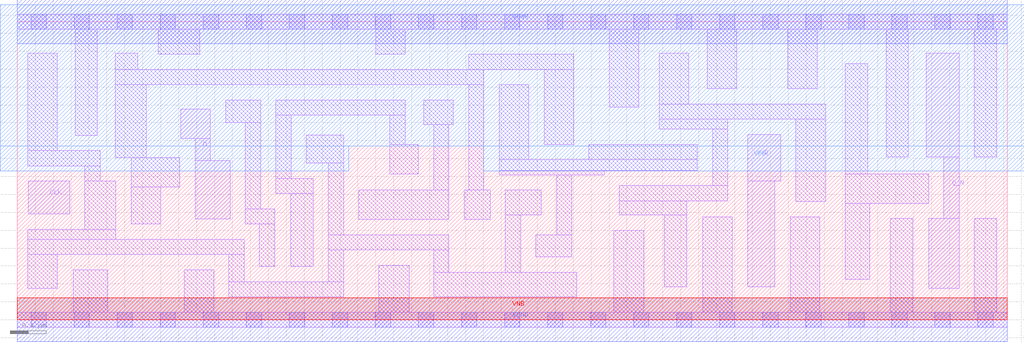
<source format=lef>
# Copyright 2020 The SkyWater PDK Authors
#
# Licensed under the Apache License, Version 2.0 (the "License");
# you may not use this file except in compliance with the License.
# You may obtain a copy of the License at
#
#     https://www.apache.org/licenses/LICENSE-2.0
#
# Unless required by applicable law or agreed to in writing, software
# distributed under the License is distributed on an "AS IS" BASIS,
# WITHOUT WARRANTIES OR CONDITIONS OF ANY KIND, either express or implied.
# See the License for the specific language governing permissions and
# limitations under the License.
#
# SPDX-License-Identifier: Apache-2.0

VERSION 5.7 ;
  NOWIREEXTENSIONATPIN ON ;
  DIVIDERCHAR "/" ;
  BUSBITCHARS "[]" ;
MACRO sky130_fd_sc_hs__dfxbp_2
  CLASS CORE ;
  FOREIGN sky130_fd_sc_hs__dfxbp_2 ;
  ORIGIN  0.000000  0.000000 ;
  SIZE  11.04000 BY  3.330000 ;
  SYMMETRY X Y ;
  SITE unit ;
  PIN D
    ANTENNAGATEAREA  0.126000 ;
    DIRECTION INPUT ;
    USE SIGNAL ;
    PORT
      LAYER li1 ;
        RECT 1.825000 2.025000 2.155000 2.355000 ;
        RECT 1.985000 1.125000 2.375000 1.780000 ;
        RECT 1.985000 1.780000 2.155000 2.025000 ;
    END
  END D
  PIN Q
    ANTENNADIFFAREA  0.543200 ;
    DIRECTION OUTPUT ;
    USE SIGNAL ;
    PORT
      LAYER li1 ;
        RECT 8.145000 0.370000 8.450000 1.550000 ;
        RECT 8.145000 1.550000 8.515000 2.070000 ;
    END
  END Q
  PIN Q_N
    ANTENNADIFFAREA  0.543200 ;
    DIRECTION OUTPUT ;
    USE SIGNAL ;
    PORT
      LAYER li1 ;
        RECT 10.140000 1.820000 10.505000 2.980000 ;
        RECT 10.165000 0.350000 10.505000 1.130000 ;
        RECT 10.335000 1.130000 10.505000 1.820000 ;
    END
  END Q_N
  PIN CLK
    ANTENNAGATEAREA  0.279000 ;
    DIRECTION INPUT ;
    USE CLOCK ;
    PORT
      LAYER li1 ;
        RECT 0.125000 1.180000 0.585000 1.550000 ;
    END
  END CLK
  PIN VGND
    DIRECTION INOUT ;
    USE GROUND ;
    PORT
      LAYER met1 ;
        RECT 0.000000 -0.245000 11.040000 0.245000 ;
    END
  END VGND
  PIN VNB
    DIRECTION INOUT ;
    USE GROUND ;
    PORT
      LAYER pwell ;
        RECT 0.000000 0.000000 11.040000 0.245000 ;
    END
  END VNB
  PIN VPB
    DIRECTION INOUT ;
    USE POWER ;
    PORT
      LAYER nwell ;
        RECT -0.190000 1.660000  3.700000 1.940000 ;
        RECT -0.190000 1.940000 11.230000 3.520000 ;
        RECT  5.205000 1.660000 11.230000 1.940000 ;
    END
  END VPB
  PIN VPWR
    DIRECTION INOUT ;
    USE POWER ;
    PORT
      LAYER met1 ;
        RECT 0.000000 3.085000 11.040000 3.575000 ;
    END
  END VPWR
  OBS
    LAYER li1 ;
      RECT  0.000000 -0.085000 11.040000 0.085000 ;
      RECT  0.000000  3.245000 11.040000 3.415000 ;
      RECT  0.115000  0.350000  0.445000 0.730000 ;
      RECT  0.115000  0.730000  2.530000 0.900000 ;
      RECT  0.115000  0.900000  1.100000 1.010000 ;
      RECT  0.115000  1.720000  0.925000 1.890000 ;
      RECT  0.115000  1.890000  0.445000 2.980000 ;
      RECT  0.625000  0.085000  1.010000 0.560000 ;
      RECT  0.645000  2.060000  0.895000 3.245000 ;
      RECT  0.755000  1.010000  1.100000 1.550000 ;
      RECT  0.755000  1.550000  0.925000 1.720000 ;
      RECT  1.095000  1.815000  1.440000 2.625000 ;
      RECT  1.095000  2.625000  5.205000 2.795000 ;
      RECT  1.095000  2.795000  1.345000 2.980000 ;
      RECT  1.270000  1.070000  1.600000 1.485000 ;
      RECT  1.270000  1.485000  1.815000 1.815000 ;
      RECT  1.575000  2.965000  2.035000 3.245000 ;
      RECT  1.860000  0.085000  2.190000 0.560000 ;
      RECT  2.325000  2.205000  2.715000 2.455000 ;
      RECT  2.360000  0.255000  3.640000 0.425000 ;
      RECT  2.360000  0.425000  2.530000 0.730000 ;
      RECT  2.545000  1.070000  2.870000 1.240000 ;
      RECT  2.545000  1.240000  2.715000 2.205000 ;
      RECT  2.700000  0.595000  2.870000 1.070000 ;
      RECT  2.885000  1.410000  3.300000 1.580000 ;
      RECT  2.885000  1.580000  3.055000 2.285000 ;
      RECT  2.885000  2.285000  4.325000 2.455000 ;
      RECT  3.050000  0.595000  3.300000 1.410000 ;
      RECT  3.225000  1.750000  3.640000 2.065000 ;
      RECT  3.470000  0.425000  3.640000 0.780000 ;
      RECT  3.470000  0.780000  4.815000 0.950000 ;
      RECT  3.470000  0.950000  3.640000 1.750000 ;
      RECT  3.810000  1.120000  4.815000 1.450000 ;
      RECT  4.000000  2.965000  4.330000 3.245000 ;
      RECT  4.030000  0.085000  4.370000 0.610000 ;
      RECT  4.155000  1.630000  4.475000 1.960000 ;
      RECT  4.155000  1.960000  4.325000 2.285000 ;
      RECT  4.535000  2.180000  4.865000 2.455000 ;
      RECT  4.645000  0.255000  6.240000 0.530000 ;
      RECT  4.645000  0.530000  4.815000 0.780000 ;
      RECT  4.645000  1.450000  4.815000 2.180000 ;
      RECT  4.985000  1.120000  5.275000 1.450000 ;
      RECT  5.035000  1.450000  5.205000 2.625000 ;
      RECT  5.035000  2.795000  6.205000 2.965000 ;
      RECT  5.375000  1.620000  6.545000 1.670000 ;
      RECT  5.375000  1.670000  7.585000 1.790000 ;
      RECT  5.375000  1.790000  5.705000 2.625000 ;
      RECT  5.445000  0.530000  5.615000 1.170000 ;
      RECT  5.445000  1.170000  5.845000 1.450000 ;
      RECT  5.785000  0.700000  6.185000 0.950000 ;
      RECT  5.875000  1.960000  6.205000 2.795000 ;
      RECT  6.015000  0.950000  6.185000 1.620000 ;
      RECT  6.375000  1.790000  7.585000 1.960000 ;
      RECT  6.600000  2.375000  6.930000 3.245000 ;
      RECT  6.655000  0.085000  6.985000 1.000000 ;
      RECT  6.715000  1.170000  7.465000 1.330000 ;
      RECT  6.715000  1.330000  7.925000 1.500000 ;
      RECT  7.160000  2.130000  7.925000 2.240000 ;
      RECT  7.160000  2.240000  9.015000 2.410000 ;
      RECT  7.160000  2.410000  7.490000 2.980000 ;
      RECT  7.215000  0.370000  7.465000 1.170000 ;
      RECT  7.645000  0.085000  7.975000 1.150000 ;
      RECT  7.695000  2.580000  8.025000 3.245000 ;
      RECT  7.755000  1.500000  7.925000 2.130000 ;
      RECT  8.595000  2.580000  8.925000 3.245000 ;
      RECT  8.620000  0.085000  8.950000 1.150000 ;
      RECT  8.685000  1.320000  9.015000 2.240000 ;
      RECT  9.235000  0.450000  9.510000 1.300000 ;
      RECT  9.235000  1.300000 10.165000 1.630000 ;
      RECT  9.235000  1.630000  9.485000 2.860000 ;
      RECT  9.690000  1.820000  9.940000 3.245000 ;
      RECT  9.735000  0.085000  9.985000 1.130000 ;
      RECT 10.675000  0.085000 10.925000 1.130000 ;
      RECT 10.675000  1.820000 10.925000 3.245000 ;
    LAYER mcon ;
      RECT  0.155000 -0.085000  0.325000 0.085000 ;
      RECT  0.155000  3.245000  0.325000 3.415000 ;
      RECT  0.635000 -0.085000  0.805000 0.085000 ;
      RECT  0.635000  3.245000  0.805000 3.415000 ;
      RECT  1.115000 -0.085000  1.285000 0.085000 ;
      RECT  1.115000  3.245000  1.285000 3.415000 ;
      RECT  1.595000 -0.085000  1.765000 0.085000 ;
      RECT  1.595000  3.245000  1.765000 3.415000 ;
      RECT  2.075000 -0.085000  2.245000 0.085000 ;
      RECT  2.075000  3.245000  2.245000 3.415000 ;
      RECT  2.555000 -0.085000  2.725000 0.085000 ;
      RECT  2.555000  3.245000  2.725000 3.415000 ;
      RECT  3.035000 -0.085000  3.205000 0.085000 ;
      RECT  3.035000  3.245000  3.205000 3.415000 ;
      RECT  3.515000 -0.085000  3.685000 0.085000 ;
      RECT  3.515000  3.245000  3.685000 3.415000 ;
      RECT  3.995000 -0.085000  4.165000 0.085000 ;
      RECT  3.995000  3.245000  4.165000 3.415000 ;
      RECT  4.475000 -0.085000  4.645000 0.085000 ;
      RECT  4.475000  3.245000  4.645000 3.415000 ;
      RECT  4.955000 -0.085000  5.125000 0.085000 ;
      RECT  4.955000  3.245000  5.125000 3.415000 ;
      RECT  5.435000 -0.085000  5.605000 0.085000 ;
      RECT  5.435000  3.245000  5.605000 3.415000 ;
      RECT  5.915000 -0.085000  6.085000 0.085000 ;
      RECT  5.915000  3.245000  6.085000 3.415000 ;
      RECT  6.395000 -0.085000  6.565000 0.085000 ;
      RECT  6.395000  3.245000  6.565000 3.415000 ;
      RECT  6.875000 -0.085000  7.045000 0.085000 ;
      RECT  6.875000  3.245000  7.045000 3.415000 ;
      RECT  7.355000 -0.085000  7.525000 0.085000 ;
      RECT  7.355000  3.245000  7.525000 3.415000 ;
      RECT  7.835000 -0.085000  8.005000 0.085000 ;
      RECT  7.835000  3.245000  8.005000 3.415000 ;
      RECT  8.315000 -0.085000  8.485000 0.085000 ;
      RECT  8.315000  3.245000  8.485000 3.415000 ;
      RECT  8.795000 -0.085000  8.965000 0.085000 ;
      RECT  8.795000  3.245000  8.965000 3.415000 ;
      RECT  9.275000 -0.085000  9.445000 0.085000 ;
      RECT  9.275000  3.245000  9.445000 3.415000 ;
      RECT  9.755000 -0.085000  9.925000 0.085000 ;
      RECT  9.755000  3.245000  9.925000 3.415000 ;
      RECT 10.235000 -0.085000 10.405000 0.085000 ;
      RECT 10.235000  3.245000 10.405000 3.415000 ;
      RECT 10.715000 -0.085000 10.885000 0.085000 ;
      RECT 10.715000  3.245000 10.885000 3.415000 ;
  END
END sky130_fd_sc_hs__dfxbp_2
END LIBRARY

</source>
